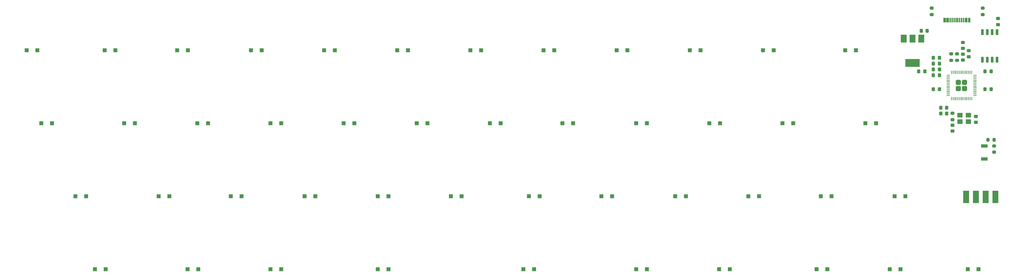
<source format=gbp>
G04 #@! TF.GenerationSoftware,KiCad,Pcbnew,7.0.2*
G04 #@! TF.CreationDate,2023-04-29T17:08:36+02:00*
G04 #@! TF.ProjectId,Tanuki_Ext_PCB,54616e75-6b69-45f4-9578-745f5043422e,rev?*
G04 #@! TF.SameCoordinates,Original*
G04 #@! TF.FileFunction,Paste,Bot*
G04 #@! TF.FilePolarity,Positive*
%FSLAX46Y46*%
G04 Gerber Fmt 4.6, Leading zero omitted, Abs format (unit mm)*
G04 Created by KiCad (PCBNEW 7.0.2) date 2023-04-29 17:08:36*
%MOMM*%
%LPD*%
G01*
G04 APERTURE LIST*
G04 Aperture macros list*
%AMRoundRect*
0 Rectangle with rounded corners*
0 $1 Rounding radius*
0 $2 $3 $4 $5 $6 $7 $8 $9 X,Y pos of 4 corners*
0 Add a 4 corners polygon primitive as box body*
4,1,4,$2,$3,$4,$5,$6,$7,$8,$9,$2,$3,0*
0 Add four circle primitives for the rounded corners*
1,1,$1+$1,$2,$3*
1,1,$1+$1,$4,$5*
1,1,$1+$1,$6,$7*
1,1,$1+$1,$8,$9*
0 Add four rect primitives between the rounded corners*
20,1,$1+$1,$2,$3,$4,$5,0*
20,1,$1+$1,$4,$5,$6,$7,0*
20,1,$1+$1,$6,$7,$8,$9,0*
20,1,$1+$1,$8,$9,$2,$3,0*%
G04 Aperture macros list end*
%ADD10RoundRect,0.225000X0.225000X0.250000X-0.225000X0.250000X-0.225000X-0.250000X0.225000X-0.250000X0*%
%ADD11R,1.524000X3.230000*%
%ADD12RoundRect,0.250000X0.300000X0.300000X-0.300000X0.300000X-0.300000X-0.300000X0.300000X-0.300000X0*%
%ADD13RoundRect,0.200000X0.275000X-0.200000X0.275000X0.200000X-0.275000X0.200000X-0.275000X-0.200000X0*%
%ADD14RoundRect,0.200000X-0.275000X0.200000X-0.275000X-0.200000X0.275000X-0.200000X0.275000X0.200000X0*%
%ADD15RoundRect,0.249999X0.395001X0.395001X-0.395001X0.395001X-0.395001X-0.395001X0.395001X-0.395001X0*%
%ADD16RoundRect,0.050000X0.387500X0.050000X-0.387500X0.050000X-0.387500X-0.050000X0.387500X-0.050000X0*%
%ADD17RoundRect,0.050000X0.050000X0.387500X-0.050000X0.387500X-0.050000X-0.387500X0.050000X-0.387500X0*%
%ADD18RoundRect,0.225000X0.250000X-0.225000X0.250000X0.225000X-0.250000X0.225000X-0.250000X-0.225000X0*%
%ADD19RoundRect,0.225000X-0.225000X-0.250000X0.225000X-0.250000X0.225000X0.250000X-0.225000X0.250000X0*%
%ADD20RoundRect,0.200000X0.200000X0.275000X-0.200000X0.275000X-0.200000X-0.275000X0.200000X-0.275000X0*%
%ADD21R,1.400000X1.200000*%
%ADD22R,1.500000X2.000000*%
%ADD23R,3.800000X2.000000*%
%ADD24RoundRect,0.150000X0.150000X-0.650000X0.150000X0.650000X-0.150000X0.650000X-0.150000X-0.650000X0*%
%ADD25R,0.300000X1.150000*%
%ADD26RoundRect,0.225000X-0.250000X0.225000X-0.250000X-0.225000X0.250000X-0.225000X0.250000X0.225000X0*%
%ADD27R,1.700000X0.900000*%
G04 APERTURE END LIST*
D10*
X264300000Y-36195000D03*
X262750000Y-36195000D03*
D11*
X278892000Y-72517000D03*
X276352000Y-72517000D03*
X273812000Y-72517000D03*
X271272000Y-72517000D03*
D12*
X54740000Y-53340000D03*
X51940000Y-53340000D03*
D13*
X278511000Y-60896000D03*
X278511000Y-59246000D03*
D14*
X267335000Y-35243000D03*
X267335000Y-36893000D03*
D12*
X139830000Y-72390000D03*
X137030000Y-72390000D03*
D14*
X262255000Y-23305000D03*
X262255000Y-24955000D03*
D10*
X264300000Y-40767000D03*
X262750000Y-40767000D03*
D12*
X163960000Y-34290000D03*
X161160000Y-34290000D03*
D15*
X270875000Y-44242500D03*
X270875000Y-42642500D03*
X269275000Y-44242500D03*
X269275000Y-42642500D03*
D16*
X273512500Y-40842500D03*
X273512500Y-41242500D03*
X273512500Y-41642500D03*
X273512500Y-42042500D03*
X273512500Y-42442500D03*
X273512500Y-42842500D03*
X273512500Y-43242500D03*
X273512500Y-43642500D03*
X273512500Y-44042500D03*
X273512500Y-44442500D03*
X273512500Y-44842500D03*
X273512500Y-45242500D03*
X273512500Y-45642500D03*
X273512500Y-46042500D03*
D17*
X272675000Y-46880000D03*
X272275000Y-46880000D03*
X271875000Y-46880000D03*
X271475000Y-46880000D03*
X271075000Y-46880000D03*
X270675000Y-46880000D03*
X270275000Y-46880000D03*
X269875000Y-46880000D03*
X269475000Y-46880000D03*
X269075000Y-46880000D03*
X268675000Y-46880000D03*
X268275000Y-46880000D03*
X267875000Y-46880000D03*
X267475000Y-46880000D03*
D16*
X266637500Y-46042500D03*
X266637500Y-45642500D03*
X266637500Y-45242500D03*
X266637500Y-44842500D03*
X266637500Y-44442500D03*
X266637500Y-44042500D03*
X266637500Y-43642500D03*
X266637500Y-43242500D03*
X266637500Y-42842500D03*
X266637500Y-42442500D03*
X266637500Y-42042500D03*
X266637500Y-41642500D03*
X266637500Y-41242500D03*
X266637500Y-40842500D03*
D17*
X267475000Y-40005000D03*
X267875000Y-40005000D03*
X268275000Y-40005000D03*
X268675000Y-40005000D03*
X269075000Y-40005000D03*
X269475000Y-40005000D03*
X269875000Y-40005000D03*
X270275000Y-40005000D03*
X270675000Y-40005000D03*
X271075000Y-40005000D03*
X271475000Y-40005000D03*
X271875000Y-40005000D03*
X272275000Y-40005000D03*
X272675000Y-40005000D03*
D12*
X42040000Y-72390000D03*
X39240000Y-72390000D03*
X68580000Y-34290000D03*
X65780000Y-34290000D03*
X33150000Y-53340000D03*
X30350000Y-53340000D03*
X49660000Y-34290000D03*
X46860000Y-34290000D03*
X160150000Y-72390000D03*
X157350000Y-72390000D03*
D18*
X270383000Y-33795000D03*
X270383000Y-32245000D03*
D12*
X71250000Y-91440000D03*
X68450000Y-91440000D03*
X202060000Y-34290000D03*
X199260000Y-34290000D03*
X255400000Y-72390000D03*
X252600000Y-72390000D03*
X247780000Y-53340000D03*
X244980000Y-53340000D03*
D18*
X271907000Y-35954000D03*
X271907000Y-34404000D03*
D12*
X120780000Y-91440000D03*
X117980000Y-91440000D03*
X149990000Y-53340000D03*
X147190000Y-53340000D03*
D10*
X266205000Y-49276000D03*
X264655000Y-49276000D03*
D12*
X217300000Y-72390000D03*
X214500000Y-72390000D03*
X26540000Y-34290000D03*
X29340000Y-34290000D03*
X274450000Y-91440000D03*
X271650000Y-91440000D03*
X235080000Y-91440000D03*
X232280000Y-91440000D03*
X92840000Y-53340000D03*
X90040000Y-53340000D03*
X221110000Y-34290000D03*
X218310000Y-34290000D03*
X47120000Y-91440000D03*
X44320000Y-91440000D03*
X236220000Y-72390000D03*
X233420000Y-72390000D03*
X188090000Y-53340000D03*
X185290000Y-53340000D03*
D19*
X276212000Y-44450000D03*
X277762000Y-44450000D03*
D12*
X101730000Y-72390000D03*
X98930000Y-72390000D03*
D20*
X278574000Y-57658000D03*
X276924000Y-57658000D03*
D18*
X273812000Y-53099000D03*
X273812000Y-51549000D03*
D12*
X87760000Y-34290000D03*
X84960000Y-34290000D03*
X130940000Y-53340000D03*
X128140000Y-53340000D03*
X158750000Y-91440000D03*
X155950000Y-91440000D03*
D13*
X267716000Y-52387000D03*
X267716000Y-50737000D03*
D19*
X259575000Y-29210000D03*
X261125000Y-29210000D03*
D12*
X179070000Y-72390000D03*
X176270000Y-72390000D03*
D21*
X269664000Y-51220000D03*
X271864000Y-51220000D03*
X271864000Y-52920000D03*
X269664000Y-52920000D03*
D12*
X144910000Y-34290000D03*
X142110000Y-34290000D03*
X111890000Y-53340000D03*
X109090000Y-53340000D03*
X168910000Y-53340000D03*
X166110000Y-53340000D03*
X207140000Y-53340000D03*
X204340000Y-53340000D03*
X242570000Y-34290000D03*
X239770000Y-34290000D03*
X254130000Y-91440000D03*
X251330000Y-91440000D03*
X92840000Y-91440000D03*
X90040000Y-91440000D03*
D10*
X264300000Y-44450000D03*
X262750000Y-44450000D03*
X264300000Y-37719000D03*
X262750000Y-37719000D03*
D12*
X188090000Y-91440000D03*
X185290000Y-91440000D03*
D18*
X270383000Y-36843000D03*
X270383000Y-35293000D03*
D22*
X255002000Y-31267000D03*
X257302000Y-31267000D03*
D23*
X257302000Y-37567000D03*
D22*
X259602000Y-31267000D03*
D12*
X183010000Y-34290000D03*
X180210000Y-34290000D03*
D18*
X279527000Y-27572000D03*
X279527000Y-26022000D03*
D12*
X73790000Y-53340000D03*
X70990000Y-53340000D03*
X198250000Y-72390000D03*
X195450000Y-72390000D03*
X226190000Y-53340000D03*
X223390000Y-53340000D03*
D24*
X279273000Y-36747000D03*
X278003000Y-36747000D03*
X276733000Y-36747000D03*
X275463000Y-36747000D03*
X275463000Y-29547000D03*
X276733000Y-29547000D03*
X278003000Y-29547000D03*
X279273000Y-29547000D03*
D25*
X265509000Y-26403000D03*
X266309000Y-26403000D03*
X267609000Y-26403000D03*
X268609000Y-26403000D03*
X269109000Y-26403000D03*
X270109000Y-26403000D03*
X271409000Y-26403000D03*
X272209000Y-26403000D03*
X271909000Y-26403000D03*
X271109000Y-26403000D03*
X270609000Y-26403000D03*
X269609000Y-26403000D03*
X268109000Y-26403000D03*
X267109000Y-26403000D03*
X266609000Y-26403000D03*
X265809000Y-26403000D03*
D19*
X276212000Y-39751000D03*
X277762000Y-39751000D03*
X258940000Y-39751000D03*
X260490000Y-39751000D03*
D12*
X209680000Y-91440000D03*
X206880000Y-91440000D03*
X106810000Y-34290000D03*
X104010000Y-34290000D03*
X63760000Y-72390000D03*
X60960000Y-72390000D03*
X125860000Y-34290000D03*
X123060000Y-34290000D03*
D26*
X267716000Y-53835000D03*
X267716000Y-55385000D03*
D27*
X275971000Y-62660000D03*
X275971000Y-59260000D03*
D12*
X82550000Y-72390000D03*
X79750000Y-72390000D03*
D10*
X264300000Y-39243000D03*
X262750000Y-39243000D03*
X266205000Y-50800000D03*
X264655000Y-50800000D03*
D12*
X120780000Y-72390000D03*
X117980000Y-72390000D03*
D14*
X275590000Y-23305000D03*
X275590000Y-24955000D03*
X268859000Y-35243000D03*
X268859000Y-36893000D03*
M02*

</source>
